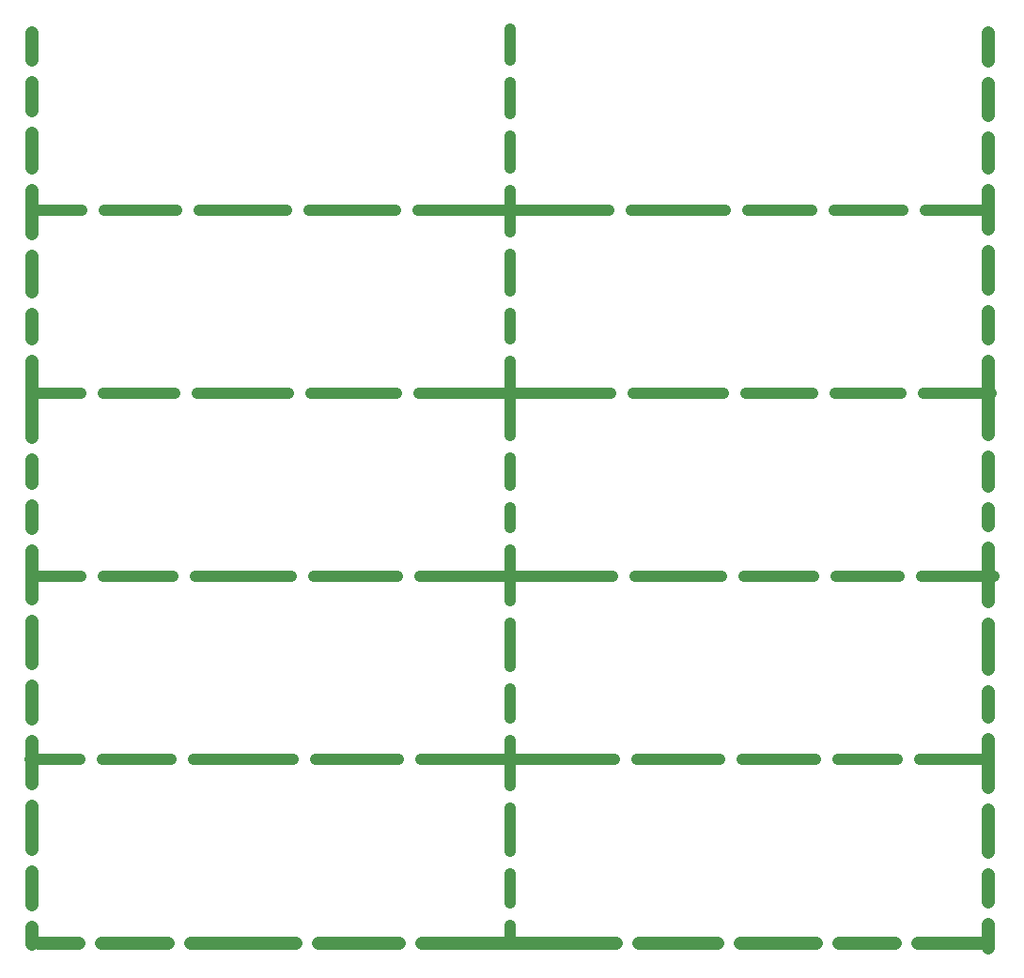
<source format=gm1>
G04*
G04 #@! TF.GenerationSoftware,Altium Limited,Altium Designer,22.10.1 (41)*
G04*
G04 Layer_Color=8421504*
%FSTAX24Y24*%
%MOIN*%
G70*
G04*
G04 #@! TF.SameCoordinates,5BB37C8D-2695-4AAB-85CC-B91A701228BC*
G04*
G04*
G04 #@! TF.FilePolarity,Positive*
G04*
G01*
G75*
%ADD91C,0.0472*%
%ADD92C,0.0394*%
D91*
X050951Y04085D02*
Y041905D01*
X048464Y013314D02*
X0508D01*
X045645D02*
X047664D01*
X04216D02*
X044845D01*
X038541D02*
X04136D01*
X030844D02*
X037741D01*
X027189D02*
X030044D01*
X022661D02*
X026389D01*
X019502D02*
X021861D01*
X01725D02*
X018702D01*
X050951Y014797D02*
Y015753D01*
X050951Y01315D02*
Y013997D01*
X017014Y014702D02*
Y015848D01*
Y0133D02*
Y013902D01*
X050951Y016553D02*
Y018054D01*
X017014Y016648D02*
Y018196D01*
X050951Y018854D02*
Y020549D01*
X017014Y018996D02*
Y020501D01*
X050951Y021349D02*
Y022255D01*
X017014Y021301D02*
Y022445D01*
X050951Y023055D02*
Y024654D01*
X017014Y023245D02*
Y024747D01*
X050951Y025454D02*
Y027347D01*
X017014Y025547D02*
Y027252D01*
X050951Y028147D02*
Y028752D01*
X017014Y028052D02*
Y028847D01*
X050951Y029552D02*
Y030598D01*
X017014Y029647D02*
Y030503D01*
X050951Y031398D02*
Y034D01*
X017014Y031303D02*
Y034D01*
X050951Y0348D02*
Y035747D01*
X017014Y0348D02*
Y035652D01*
X050951Y036547D02*
Y037896D01*
X017014Y036452D02*
Y037707D01*
X050951Y038696D02*
Y04005D01*
X017014Y038507D02*
Y04005D01*
Y04085D02*
Y042096D01*
X050951Y042705D02*
Y043852D01*
X017014Y042896D02*
Y043899D01*
X050951Y044652D02*
Y045637D01*
X017014Y044699D02*
Y045637D01*
D92*
X048529Y019849D02*
X050951D01*
X045608D02*
X047729D01*
X048658Y032841D02*
X05105D01*
X045533D02*
X047858D01*
X048723Y039337D02*
X051D01*
X045496D02*
X047923D01*
X048593Y026345D02*
X05115D01*
X04557D02*
X047793D01*
X042422Y039337D02*
X044696D01*
X042357Y032841D02*
X044733D01*
X042291Y026345D02*
X04477D01*
X042226Y019849D02*
X044808D01*
X038475D02*
X041426D01*
X038344Y032841D02*
X041557D01*
X038279Y039337D02*
X041622D01*
X03841Y026345D02*
X041491D01*
X030816Y019849D02*
X037675D01*
X03076Y032841D02*
X037544D01*
X030731Y039337D02*
X037479D01*
X030788Y026345D02*
X03761D01*
X027103Y019849D02*
X030016D01*
X026931Y032841D02*
X02996D01*
X026846Y039337D02*
X029931D01*
X027017Y026345D02*
X029988D01*
X022966Y039337D02*
X026046D01*
X02289Y032841D02*
X026131D01*
X022814Y026345D02*
X026217D01*
X022738Y019849D02*
X026302D01*
X019579Y039337D02*
X022166D01*
X01956Y032841D02*
X02209D01*
X019541Y026345D02*
X022014D01*
X019522Y019849D02*
X021938D01*
X017119Y026345D02*
X018741D01*
X017119Y032841D02*
X01876D01*
X017119Y039337D02*
X018779D01*
X01695Y019849D02*
X018722D01*
X033982Y014749D02*
Y0158D01*
X033982Y013419D02*
Y013949D01*
X033982Y0166D02*
Y018125D01*
Y018925D02*
Y020525D01*
Y021325D02*
Y02235D01*
Y02315D02*
Y024701D01*
Y025501D02*
Y0273D01*
Y0281D02*
Y0288D01*
Y0296D02*
Y030551D01*
Y031351D02*
Y034D01*
Y0348D02*
Y0357D01*
Y0365D02*
Y037801D01*
Y038601D02*
Y04005D01*
Y04085D02*
Y042001D01*
Y042801D02*
Y043875D01*
Y044675D02*
Y0458D01*
X050845Y019849D02*
X050845D01*
M02*

</source>
